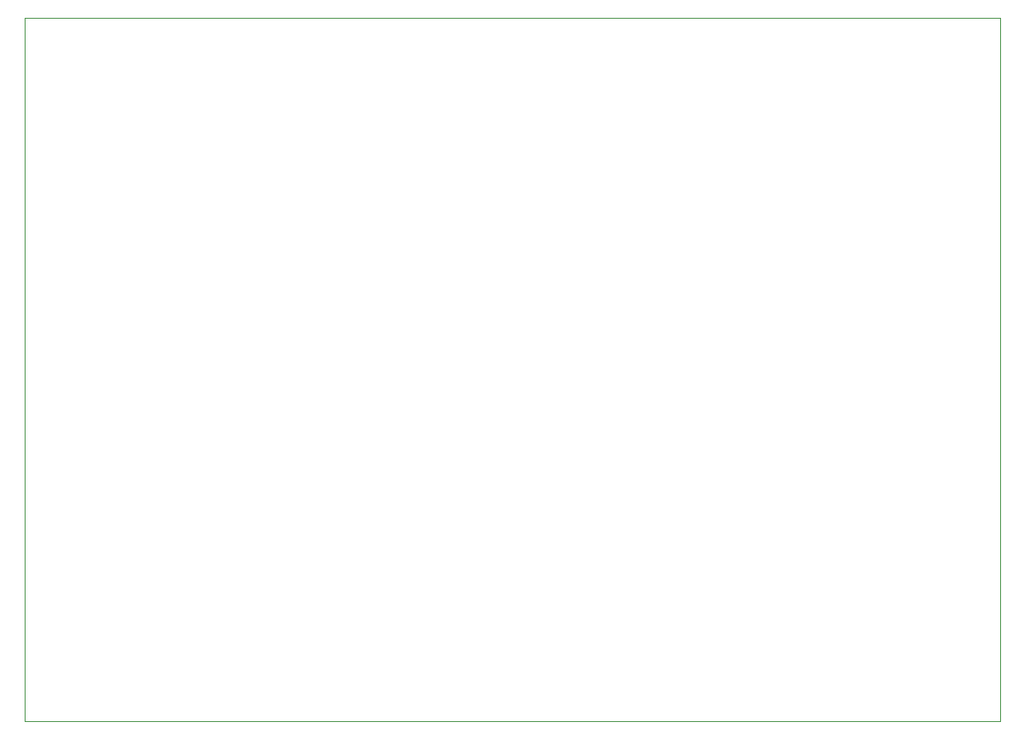
<source format=gm1>
%TF.GenerationSoftware,KiCad,Pcbnew,7.0.5*%
%TF.CreationDate,2023-07-29T13:43:45+03:00*%
%TF.ProjectId,cf33_dock,63663333-5f64-46f6-936b-2e6b69636164,rev?*%
%TF.SameCoordinates,Original*%
%TF.FileFunction,Profile,NP*%
%FSLAX46Y46*%
G04 Gerber Fmt 4.6, Leading zero omitted, Abs format (unit mm)*
G04 Created by KiCad (PCBNEW 7.0.5) date 2023-07-29 13:43:45*
%MOMM*%
%LPD*%
G01*
G04 APERTURE LIST*
%TA.AperFunction,Profile*%
%ADD10C,0.050000*%
%TD*%
G04 APERTURE END LIST*
D10*
X215198934Y-149404738D02*
X312198934Y-149404738D01*
X312198934Y-149404738D02*
X312198934Y-219404738D01*
X215198934Y-219404738D02*
X215198934Y-149404738D01*
X312198934Y-219404738D02*
X215198934Y-219404738D01*
M02*

</source>
